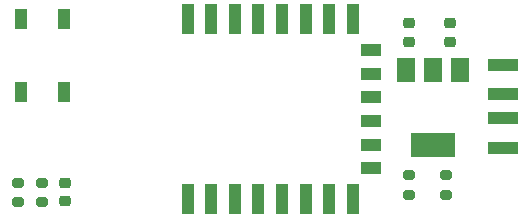
<source format=gbr>
%TF.GenerationSoftware,KiCad,Pcbnew,6.0.1-79c1e3a40b~116~ubuntu20.04.1*%
%TF.CreationDate,2022-01-17T20:19:09+01:00*%
%TF.ProjectId,usb,7573622e-6b69-4636-9164-5f7063625858,rev?*%
%TF.SameCoordinates,Original*%
%TF.FileFunction,Paste,Top*%
%TF.FilePolarity,Positive*%
%FSLAX46Y46*%
G04 Gerber Fmt 4.6, Leading zero omitted, Abs format (unit mm)*
G04 Created by KiCad (PCBNEW 6.0.1-79c1e3a40b~116~ubuntu20.04.1) date 2022-01-17 20:19:09*
%MOMM*%
%LPD*%
G01*
G04 APERTURE LIST*
G04 Aperture macros list*
%AMRoundRect*
0 Rectangle with rounded corners*
0 $1 Rounding radius*
0 $2 $3 $4 $5 $6 $7 $8 $9 X,Y pos of 4 corners*
0 Add a 4 corners polygon primitive as box body*
4,1,4,$2,$3,$4,$5,$6,$7,$8,$9,$2,$3,0*
0 Add four circle primitives for the rounded corners*
1,1,$1+$1,$2,$3*
1,1,$1+$1,$4,$5*
1,1,$1+$1,$6,$7*
1,1,$1+$1,$8,$9*
0 Add four rect primitives between the rounded corners*
20,1,$1+$1,$2,$3,$4,$5,0*
20,1,$1+$1,$4,$5,$6,$7,0*
20,1,$1+$1,$6,$7,$8,$9,0*
20,1,$1+$1,$8,$9,$2,$3,0*%
G04 Aperture macros list end*
%ADD10R,1.000000X2.500000*%
%ADD11R,1.800000X1.000000*%
%ADD12RoundRect,0.200000X0.275000X-0.200000X0.275000X0.200000X-0.275000X0.200000X-0.275000X-0.200000X0*%
%ADD13RoundRect,0.218750X0.256250X-0.218750X0.256250X0.218750X-0.256250X0.218750X-0.256250X-0.218750X0*%
%ADD14RoundRect,0.225000X0.250000X-0.225000X0.250000X0.225000X-0.250000X0.225000X-0.250000X-0.225000X0*%
%ADD15R,1.500000X2.000000*%
%ADD16R,3.800000X2.000000*%
%ADD17R,2.500000X1.100000*%
%ADD18R,1.100000X1.800000*%
G04 APERTURE END LIST*
D10*
%TO.C,U2*%
X115770000Y-86630000D03*
X117770000Y-86630000D03*
X119770000Y-86630000D03*
X121770000Y-86630000D03*
X123770000Y-86630000D03*
X125770000Y-86630000D03*
X127770000Y-86630000D03*
X129770000Y-86630000D03*
D11*
X131270000Y-84030000D03*
X131270000Y-82030000D03*
X131270000Y-80030000D03*
X131270000Y-78030000D03*
X131270000Y-76030000D03*
X131270000Y-74030000D03*
D10*
X129770000Y-71430000D03*
X127770000Y-71430000D03*
X125770000Y-71430000D03*
X123770000Y-71430000D03*
X121770000Y-71430000D03*
X119770000Y-71430000D03*
X117770000Y-71430000D03*
X115770000Y-71430000D03*
%TD*%
D12*
%TO.C,R1*%
X137690000Y-86275000D03*
X137690000Y-84625000D03*
%TD*%
D13*
%TO.C,D1*%
X105440000Y-86837500D03*
X105440000Y-85262500D03*
%TD*%
D14*
%TO.C,C1*%
X134500000Y-73305000D03*
X134500000Y-71755000D03*
%TD*%
D12*
%TO.C,R4*%
X103420000Y-86915000D03*
X103420000Y-85265000D03*
%TD*%
D15*
%TO.C,U1*%
X138860000Y-75740000D03*
D16*
X136560000Y-82040000D03*
D15*
X136560000Y-75740000D03*
X134260000Y-75740000D03*
%TD*%
D17*
%TO.C,J1*%
X142500000Y-75270000D03*
X142500000Y-77770000D03*
X142500000Y-79770000D03*
X142500000Y-82270000D03*
%TD*%
D12*
%TO.C,R2*%
X134520000Y-86275000D03*
X134520000Y-84625000D03*
%TD*%
D14*
%TO.C,C2*%
X137980000Y-73305000D03*
X137980000Y-71755000D03*
%TD*%
D18*
%TO.C,SW1*%
X105350000Y-77610000D03*
X105350000Y-71410000D03*
X101650000Y-71410000D03*
X101650000Y-77610000D03*
%TD*%
D12*
%TO.C,R3*%
X101440000Y-86915000D03*
X101440000Y-85265000D03*
%TD*%
M02*

</source>
